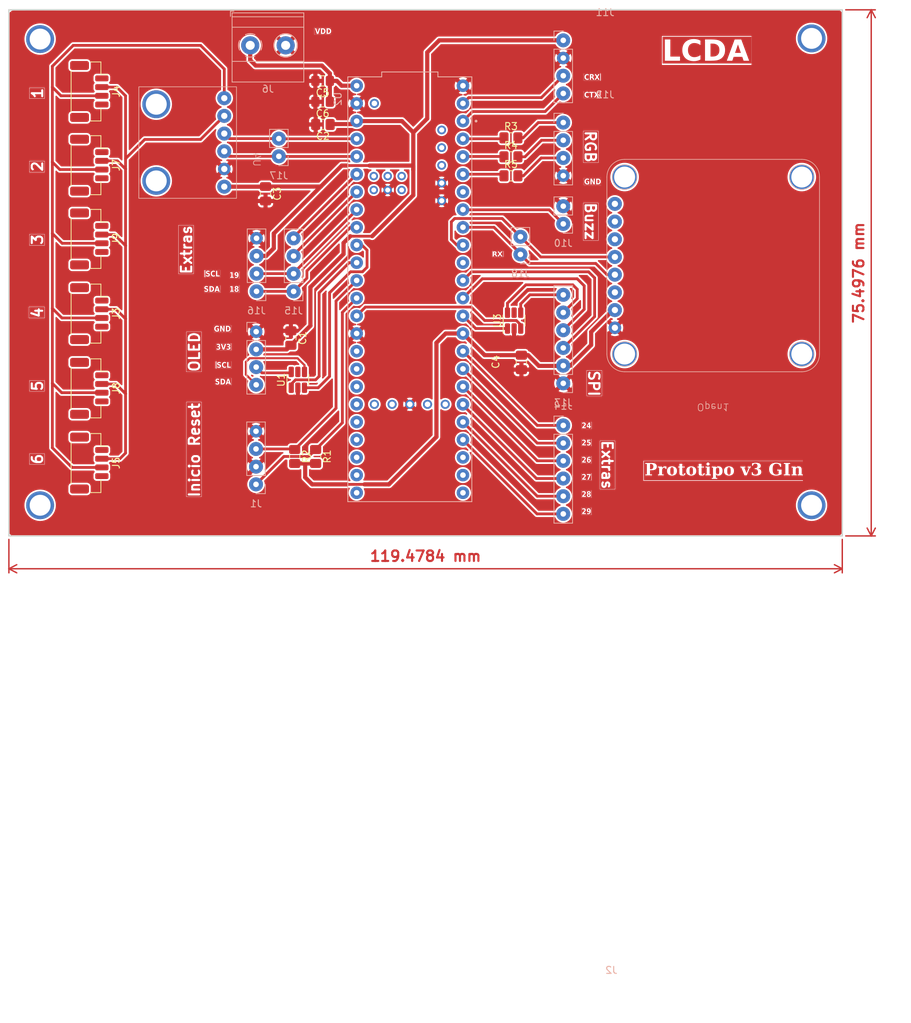
<source format=kicad_pcb>
(kicad_pcb (version 20221018) (generator pcbnew)
  (layers (0 "F.Cu" signal) (31 "B.Cu" signal) (34 "B.Paste" user) (35 "F.Paste" user) (36 "B.SilkS" user "B.Silkscreen") (37 "F.SilkS" user "F.Silkscreen") (38 "B.Mask" user) (39 "F.Mask" user) (44 "Edge.Cuts" user))
  (net 0 "")
  (net 1 "GND")
  (net 2 "3V3")
  (net 3 "Net-(J1-Pin_1)")
  (net 4 "Net-(J1-Pin_3)")
  (net 5 "Net-(J2-Pin_3)")
  (net 6 "Net-(J2-Pin_4)")
  (net 8 "CANH")
  (net 9 "CANL")
  (net 15 "Net-(J6-Pin_1)")
  (net 22 "Net-(J10-Pin_1)")
  (net 23 "CRX")
  (net 24 "CTX")
  (net 25 "Net-(J12-Pin_1)")
  (net 26 "Net-(J12-Pin_2)")
  (net 27 "Net-(J12-Pin_3)")
  (net 28 "Net-(J13-Pin_3)")
  (net 29 "Net-(J13-Pin_4)")
  (net 30 "Net-(J13-Pin_5)")
  (net 31 "Net-(J13-Pin_6)")
  (net 32 "24")
  (net 33 "25")
  (net 34 "26")
  (net 35 "27")
  (net 36 "28")
  (net 37 "29")
  (net 38 "18")
  (net 39 "19")
  (net 40 "20")
  (net 41 "21")
  (net 46 "2")
  (net 47 "3")
  (net 48 "4")
  (net 49 "Net-(U2-A2)")
  (net 50 "Net-(U2-A3)")
  (net 51 "unconnected-(U1-VBUS-Pad5)")
  (net 61 "5V")
  (net 66 "Net-(U2-MISO)")
  (net 67 "SCK")
  (net 81 "Net-(J18-Pin_1)")
  (net 82 "Net-(J18-Pin_2)")
  (footprint "Connector_JST:JST_GH_SM04B-GHS-TB_1x04-1MP_P1.25mm_Horizontal" (layer "F.Cu") (at 88 49.616696 -90)
    (fp_text reference "J4")
    (fp_text value "Conn_01x04_Socket")
  )
  (footprint "Connector_JST:JST_GH_SM04B-GHS-TB_1x04-1MP_P1.25mm_Horizontal" (layer "F.Cu") (at 88 102.941654 -90)
    (fp_text reference "J5")
    (fp_text value "Conn_01x04_Socket")
  )
  (footprint "Connector_JST:JST_GH_SM04B-GHS-TB_1x04-1MP_P1.25mm_Horizontal" (layer "F.Cu") (at 88 60.197935 -90)
    (fp_text reference "J7")
    (fp_text value "Conn_01x04_Socket")
  )
  (footprint "Capacitor_SMD:C_0805_2012Metric_Pad1.18x1.45mm_HandSolder" (layer "F.Cu") (at 113.315413 64.301794 -90)
    (fp_text reference "C3")
    (fp_text value "0.1u")
  )
  (footprint "Capacitor_SMD:C_0805_2012Metric_Pad1.18x1.45mm_HandSolder" (layer "F.Cu") (at 116.95 85 -90)
    (fp_text reference "C1")
    (fp_text value "0.1u")
  )
  (footprint "Resistor_SMD:R_0805_2012Metric_Pad1.20x1.40mm_HandSolder" (layer "F.Cu") (at 148.5 61.725)
    (fp_text reference "R5")
    (fp_text value "33")
  )
  (footprint "Package_TO_SOT_SMD:SOT-23-6" (layer "F.Cu") (at 148.95 82.5 90)
    (fp_text reference "U3")
    (fp_text value "USBLC6-2SC6")
  )
  (footprint "Connector_JST:JST_GH_SM04B-GHS-TB_1x04-1MP_P1.25mm_Horizontal" (layer "F.Cu") (at 88 92.220826 -90)
    (fp_text reference "J8")
    (fp_text value "Conn_01x04_Socket")
  )
  (footprint "Resistor_SMD:R_0805_2012Metric_Pad1.20x1.40mm_HandSolder" (layer "F.Cu") (at 148.5 59)
    (fp_text reference "R4")
    (fp_text value "33")
  )
  (footprint "Capacitor_SMD:C_0805_2012Metric_Pad1.18x1.45mm_HandSolder" (layer "F.Cu") (at 121.5 48.1 180)
    (fp_text reference "C5")
    (fp_text value "0.1u")
  )
  (footprint "Package_TO_SOT_SMD:SOT-23-6" (layer "F.Cu") (at 117.95 91 90)
    (fp_text reference "U1")
    (fp_text value "USBLC6-2SC6")
  )
  (footprint "Capacitor_SMD:C_0805_2012Metric_Pad1.18x1.45mm_HandSolder" (layer "F.Cu") (at 121.539 54.354896 180)
    (fp_text reference "C2")
    (fp_text value "0.1u")
  )
  (footprint "Connector_JST:JST_GH_SM04B-GHS-TB_1x04-1MP_P1.25mm_Horizontal" (layer "F.Cu") (at 88 70.779174 -90)
    (fp_text reference "J9")
    (fp_text value "Conn_01x04_Socket")
  )
  (footprint "Resistor_SMD:R_0805_2012Metric_Pad1.20x1.40mm_HandSolder" (layer "F.Cu") (at 120.5 102 -90)
    (fp_text reference "R1")
    (fp_text value "4.7 k")
  )
  (footprint "Resistor_SMD:R_0805_2012Metric_Pad1.20x1.40mm_HandSolder" (layer "F.Cu") (at 148.5 56.275)
    (fp_text reference "R3")
    (fp_text value "130")
  )
  (footprint "Capacitor_SMD:C_0805_2012Metric_Pad1.18x1.45mm_HandSolder" (layer "F.Cu") (at 121.5 51.1 180)
    (fp_text reference "C6")
    (fp_text value "10uF")
  )
  (footprint "Capacitor_SMD:C_0805_2012Metric_Pad1.18x1.45mm_HandSolder" (layer "F.Cu") (at 150 88.5 90)
    (fp_text reference "C4")
    (fp_text value "0.1u")
  )
  (footprint "Connector_JST:JST_GH_SM04B-GHS-TB_1x04-1MP_P1.25mm_Horizontal" (layer "F.Cu") (at 88 81.5 -90)
    (fp_text reference "J3")
    (fp_text value "Conn_01x04_Socket")
  )
  (footprint "Resistor_SMD:R_0805_2012Metric_Pad1.20x1.40mm_HandSolder" (layer "F.Cu") (at 117.5 102 -90)
    (fp_text reference "R2")
    (fp_text value "4.7 k")
  )
  (footprint "Connector_PinSocket_2.54mm:PinSocket_1x04_P2.54mm_Vertical" (layer "B.Cu") (at 112.025 78.3)
    (fp_text reference "J16")
    (fp_text value "Conn_01x04_Socket")
  )
  (footprint "Huellacreada:Openlog Artemis" (layer "B.Cu") (at 177.497 94.412)
    (fp_text reference "Open1")
    (fp_text value "~")
  )
  (footprint "Connector_PinSocket_2.54mm:PinSocket_1x04_P2.54mm_Vertical" (layer "B.Cu") (at 111.95 106)
    (fp_text reference "J1")
    (fp_text value "Conn_01x04_Socket")
  )
  (footprint "Connector_PinSocket_2.54mm:PinSocket_1x02_P2.54mm_Vertical" (layer "B.Cu") (at 149.86 73.005)
    (fp_text reference "J18")
    (fp_text value "Conn_01x02_Socket")
  )
  (footprint "Connector_PinSocket_2.54mm:PinSocket_1x04_P2.54mm_Vertical" (layer "B.Cu") (at 156 54.08 180)
    (fp_text reference "J12")
    (fp_text value "Conn_01x04_Socket")
  )
  (footprint "Connector_PinSocket_2.54mm:PinSocket_1x02_P2.54mm_Vertical" (layer "B.Cu") (at 115.225 58.925)
    (fp_text reference "J17")
    (fp_text value "Conn_01x02_Socket")
  )
  (footprint "Connector_PinSocket_2.54mm:PinSocket_1x04_P2.54mm_Vertical" (layer "B.Cu") (at 111.975 84.09 180)
    (fp_text reference "J2")
    (fp_text value "Conn_01x04_Socket")
  )
  (footprint "Connector_PinSocket_2.54mm:PinSocket_1x02_P2.54mm_Vertical" (layer "B.Cu") (at 156 68.62)
    (fp_text reference "J10")
    (fp_text value "Conn_01x02_Socket")
  )
  (footprint "Connector_PinSocket_2.54mm:PinSocket_1x06_P2.54mm_Vertical" (layer "B.Cu") (at 156 97.54 180)
    (fp_text reference "J14")
    (fp_text value "Conn_01x06_Socket")
  )
  (footprint "Connector_PinSocket_2.54mm:PinSocket_1x04_P2.54mm_Vertical" (layer "B.Cu") (at 156 42.28 180)
    (fp_text reference "J11")
    (fp_text value "Conn_01x04_Socket")
  )
  (footprint "Teensy_4.1_Huella:MODULE_DEV-16771" (layer "B.Cu") (at 134 78 -90)
    (fp_text reference "U2")
    (fp_text value "DEV-16771")
  )
  (footprint "Huellacreada:ModuloCan" (layer "B.Cu") (at 112.65 56.950559 90)
    (fp_text reference "U4")
    (fp_text value "~")
  )
  (footprint "TerminalBlock_Phoenix:TerminalBlock_Phoenix_MKDS-1,5-2-5.08_1x02_P5.08mm_Horizontal" (layer "B.Cu") (at 111.12 43)
    (fp_text reference "J6")
    (fp_text value "Conn_01x02_Socket")
  )
  (footprint "Connector_PinSocket_2.54mm:PinSocket_1x04_P2.54mm_Vertical" (layer "B.Cu") (at 117.341645 78.312545)
    (fp_text reference "J15")
    (fp_text value "Conn_01x04_Socket")
  )
  (footprint "Connector_PinSocket_2.54mm:PinSocket_1x06_P2.54mm_Vertical" (layer "B.Cu") (at 156 91.5)
    (fp_text reference "J13")
    (fp_text value "Conn_01x06_Socket")
  )
  (gr_rect (start 76.5216 37.9024) (end 196 113.4) (stroke (width 0.2)) (fill none) (layer "Edge.Cuts"))
  (gr_text "28" (at 160 107.933332) (layer "F.Cu" knockout) (effects (font (size 0.8 0.7) (thickness 0.16) bold) (justify right bottom)))
  (gr_text "1\n" (at 81.5 50.779174 90) (layer "F.Cu" knockout) (effects (font (size 1.5 1.5) (thickness 0.3) bold) (justify left bottom)))
  (gr_text "27\n" (at 160 105.469999) (layer "F.Cu" knockout) (effects (font (size 0.8 0.7) (thickness 0.16) bold) (justify right bottom)))
  (gr_text "Buzz\n" (at 159 65.4 -90) (layer "F.Cu" knockout) (effects (font (size 1.5 1.5) (thickness 0.3) bold) (justify left bottom)))
  (gr_text "CTX" (at 159 50.62) (layer "F.Cu" knockout) (effects (font (size 0.8 0.7) (thickness 0.16) bold) (justify left bottom)))
  (gr_text "RX\n" (at 145.796 73.406) (layer "F.Cu" knockout) (effects (font (size 0.7 0.7) (thickness 0.125) bold) (justify left bottom)))
  (gr_text "18" (at 109.5 78.5) (layer "F.Cu" knockout) (effects (font (size 0.8 0.7) (thickness 0.16) bold) (justify right bottom)))
  (gr_text "OLED" (at 104 90 90) (layer "F.Cu" knockout) (effects (font (size 1.5 1.5) (thickness 0.3) bold) (justify left bottom)))
  (gr_text "SCL" (at 108.35 89.4) (layer "F.Cu" knockout) (effects (font (size 0.8 0.7) (thickness 0.16) bold) (justify right bottom)))
  (gr_text "GND" (at 159 63.08) (layer "F.Cu" knockout) (effects (font (size 0.8 0.7) (thickness 0.16) bold) (justify left bottom)))
  (gr_text "GND\n" (at 108.35 84.2) (layer "F.Cu" knockout) (effects (font (size 0.8 0.7) (thickness 0.16) bold) (justify right bottom)))
  (gr_text "25" (at 160 100.543333) (layer "F.Cu" knockout) (effects (font (size 0.8 0.7) (thickness 0.16) bold) (justify right bottom)))
  (gr_text "2" (at 81.5 61.279174 90) (layer "F.Cu" knockout) (effects (font (size 1.5 1.5) (thickness 0.3) bold) (justify left bottom)))
  (gr_text "26" (at 160 103.006666) (layer "F.Cu" knockout) (effects (font (size 0.8 0.7) (thickness 0.16) bold) (justify right bottom)))
  (gr_text "29" (at 160 110.396666) (layer "F.Cu" knockout) (effects (font (size 0.8 0.7) (thickness 0.16) bold) (justify right bottom)))
  (gr_text "Prototipo v3 GIno \n\n" (at 167.64 107.95) (layer "F.Cu" knockout) (effects (font (size 1.75 1.75) (thickness 0.3) bold) (justify left bottom)))
  (gr_text "Extras\n" (at 102.87 76 90) (layer "F.Cu" knockout) (effects (font (size 1.5 1.5) (thickness 0.3) bold) (justify left bottom)))
  (gr_text "SDA" (at 106.75 78.5) (layer "F.Cu" knockout) (effects (font (size 0.8 0.7) (thickness 0.16) bold) (justify right bottom)))
  (gr_text "LCDA" (at 170.18 45.72) (layer "F.Cu" knockout) (effects (font (size 3 3) (thickness 0.3) bold) (justify left bottom)))
  (gr_text "24\n" (at 160 98.08) (layer "F.Cu" knockout) (effects (font (size 0.8 0.7) (thickness 0.16) bold) (justify right bottom)))
  (gr_text "Extras" (at 161.4 99.523333 -90) (layer "F.Cu" knockout) (effects (font (size 1.5 1.5) (thickness 0.3) bold) (justify left bottom)))
  (gr_text "SDA" (at 108.35 91.8) (layer "F.Cu" knockout) (effects (font (size 0.8 0.7) (thickness 0.16) bold) (justify right bottom)))
  (gr_text "5" (at 81.5 92.779174 90) (layer "F.Cu" knockout) (effects (font (size 1.5 1.5) (thickness 0.3) bold) (justify left bottom)))
  (gr_text "SCL\n" (at 106.75 76.3) (layer "F.Cu" knockout) (effects (font (size 0.8 0.7) (thickness 0.16) bold) (justify right bottom)))
  (gr_text "CRX\n" (at 159 48.08) (layer "F.Cu" knockout) (effects (font (size 0.8 0.7) (thickness 0.16) bold) (justify left bottom)))
  (gr_text "6" (at 81.5 103.279174 90) (layer "F.Cu" knockout) (effects (font (size 1.5 1.5) (thickness 0.3) bold) (justify left bottom)))
  (gr_text "4" (at 81.5 82.279174 90) (layer "F.Cu" knockout) (effects (font (size 1.5 1.5) (thickness 0.3) bold) (justify left bottom)))
  (gr_text "VDD" (at 120.4 41.5) (layer "F.Cu" knockout) (effects (font (size 0.8 0.7) (thickness 0.16) bold) (justify left bottom)))
  (gr_text "RGB\n" (at 159 55.08 -90) (layer "F.Cu" knockout) (effects (font (size 1.5 1.5) (thickness 0.3) bold) (justify left bottom)))
  (gr_text "Inicio Reset\n" (at 104 108 90) (layer "F.Cu" knockout) (effects (font (size 1.5 1.5) (thickness 0.3) bold) (justify left bottom)))
  (gr_text "3" (at 81.5 71.779174 90) (layer "F.Cu" knockout) (effects (font (size 1.5 1.5) (thickness 0.3) bold) (justify left bottom)))
  (gr_text "SPI\n" (at 159.5 89.5 -90) (layer "F.Cu" knockout) (effects (font (size 1.5 1.5) (thickness 0.3) bold) (justify left bottom)))
  (gr_text "3V3\n" (at 108.35 86.8) (layer "F.Cu" knockout) (effects (font (size 0.8 0.7) (thickness 0.16) bold) (justify right bottom)))
  (gr_text "19" (at 109.5 76.5) (layer "F.Cu" knockout) (effects (font (size 0.8 0.7) (thickness 0.16) bold) (justify right bottom)))
  (dimension (type aligned) (layer "F.Cu") (pts (xy 196 113.4) (xy 76.5216 113.4)) (height -4.71) (gr_text "119.4784 mm" (at 136.2608 116.31) (layer "F.Cu") (effects (font (size 1.5 1.5) (thickness 0.3)))) (format (prefix "") (suffix "") (units 3) (units_format 1) (precision 4)) (style (thickness 0.2) (arrow_length 1.27) (text_position_mode 0) (extension_height 0.58642) (extension_offset 0.5) keep_text_aligned))
  (dimension (type aligned) (layer "F.Cu") (pts (xy 196 37.9024) (xy 196 113.4)) (height -4.152) (gr_text "75.4976 mm" (at 198.352 75.6512 90) (layer "F.Cu") (effects (font (size 1.5 1.5) (thickness 0.3)))) (format (prefix "") (suffix "") (units 3) (units_format 1) (precision 4)) (style (thickness 0.2) (arrow_length 1.27) (text_position_mode 0) (extension_height 0.58642) (extension_offset 0.5) keep_text_aligned))
  (via (at 191.6 42) (size 4) (drill 3) (layers "F.Cu" "B.Cu") (net 0))
  (via (at 81 109) (size 4) (drill 3) (layers "F.Cu" "B.Cu") (net 0))
  (via (at 191.6 109) (size 4) (drill 3) (layers "F.Cu" "B.Cu") (net 0))
  (via (at 81 42.1) (size 4) (drill 3) (layers "F.Cu" "B.Cu") (net 0))
  (segment (start 107.4 63.280559) (end 113.299148 63.280559) (width 0.6) (layer "F.Cu") (net 2))
  (segment (start 136.5 53.5) (end 136.5 44) (width 0.6) (layer "F.Cu") (net 2))
  (segment (start 141.62 84.35) (end 139.15 84.35) (width 0.6) (layer "F.Cu") (net 2))
  (segment (start 144.7325 87.4625) (end 141.62 84.35) (width 0.6) (layer "F.Cu") (net 2))
  (segment (start 119.75 83.2375) (end 116.95 86.0375) (width 0.6) (layer "F.Cu") (net 2))
  (segment (start 137.817241 85.682759) (end 137.817241 99.182759) (width 0.6) (layer "F.Cu") (net 2))
  (segment (start 131 106) (end 127.5 106) (width 0.6) (layer "F.Cu") (net 2))
  (segment (start 160 84.125) (end 160 86) (width 0.6) (layer "F.Cu") (net 2))
  (segment (start 134.5 55.5) (end 136.5 53.5) (width 0.6) (layer "F.Cu") (net 2))
  (segment (start 128.25 60.25) (end 134.323179 60.25) (width 0.6) (layer "F.Cu") (net 2))
  (segment (start 134.323179 60.25) (end 134.354176 60.219003) (width 0.6) (layer "F.Cu") (net 2))
  (segment (start 119.75 77.698998) (end 119.75 83.2375) (width 0.6) (layer "F.Cu") (net 2))
  (segment (start 163.173989 80.951011) (end 160 84.125) (width 0.6) (layer "F.Cu") (net 2))
  (segment (start 114.5 72.1225) (end 114.5 70) (width 0.6) (layer "F.Cu") (net 2))
  (segment (start 125 106) (end 127.5 106) (width 0.4) (layer "F.Cu") (net 2))
  (segment (start 134.354176 60.219003) (end 134.5 60.364827) (width 0.6) (layer "F.Cu") (net 2))
  (segment (start 126.01 53.5) (end 126.38 53.87) (width 0.6) (layer "F.Cu") (net 2))
  (segment (start 113.315413 63.264294) (end 121.235706 63.264294) (width 0.6) (layer "F.Cu") (net 2))
  (segment (start 150.9625 87.4625) (end 152.5 89) (width 0.6) (layer "F.Cu") (net 2))
  (segment (start 124.25 60.25) (end 125 60.25) (width 0.6) (layer "F.Cu") (net 2))
  (segment (start 126.38 53.87) (end 132.87 53.87) (width 0.6) (layer "F.Cu") (net 2))
  (segment (start 120 106) (end 125 106) (width 0.6) (layer "F.Cu") (net 2))
  (segment (start 136.5 44) (end 138.22 42.28) (width 0.6) (layer "F.Cu") (net 2))
  (segment (start 150 87.4625) (end 144.7325 87.4625) (width 0.6) (layer "F.Cu") (net 2))
  (segment (start 117.5 103) (end 119 103) (width 0.6) (layer "F.Cu") (net 2))
  (segment (start 119 105) (end 120 106) (width 0.6) (layer "F.Cu") (net 2))
  (segment (start 113.299148 63.280559) (end 113.315413 63.264294) (width 0.6) (layer "F.Cu") (net 2))
  (segment (start 157.04 88.96) (end 156 88.96) (width 0.6) (layer "F.Cu") (net 2))
  (segment (start 114.5 70) (end 114.5 70.5) (width 0.6) (layer "F.Cu") (net 2))
  (segment (start 134.5 60.364827) (end 134.5 60.864827) (width 0.6) (layer "F.Cu") (net 2))
  (segment (start 163.403 80.951011) (end 163.173989 80.951011) (width 0.6) (layer "F.Cu") (net 2))
  (segment (start 125.95 54.3) (end 126.38 53.87) (width 0.6) (layer "F.Cu") (net 2))
  (segment (start 124.5 72.948998) (end 119.75 77.698998) (width 0.6) (layer "F.Cu") (net 2))
  (segment (start 119 103) (end 119 105) (width 0.6) (layer "F.Cu") (net 2))
  (segment (start 137.817241 99.182759) (end 131 106) (width 0.6) (layer "F.Cu") (net 2))
  (segment (start 122.6375 54.3) (end 125.95 54.3) (width 0.6) (layer "F.Cu") (net 2))
  (segment (start 150 87.4625) (end 150.9625 87.4625) (width 0.6) (layer "F.Cu") (net 2))
  (segment (start 113.4025 73.22) (end 114.5 72.1225) (width 0.6) (layer "F.Cu") (net 2))
  (segment (start 125.464404 70.388238) (end 124.5 71.352642) (width 0.6) (layer "F.Cu") (net 2))
  (segment (start 111.975 86.63) (end 116.3575 86.63) (width 0.6) (layer "F.Cu") (net 2))
  (segment (start 139.15 84.35) (end 137.817241 85.682759) (width 0.6) (layer "F.Cu") (net 2))
  (segment (start 134.5 64.5) (end 128.611762 70.388238) (width 0.6) (layer "F.Cu") (net 2))
  (segment (start 138.22 42.28) (end 156 42.28) (width 0.6) (layer "F.Cu") (net 2))
  (segment (start 160 86) (end 157.04 88.96) (width 0.6) (layer "F.Cu") (net 2))
  (segment (start 121.235706 63.264294) (end 124.25 60.25) (width 0.6) (layer "F.Cu") (net 2))
  (segment (start 125 60.25) (end 128.25 60.25) (width 0.4) (layer "F.Cu") (net 2))
  (segment (start 155.96 89) (end 156 88.96) (width 0.6) (layer "F.Cu") (net 2))
  (segment (start 119 103) (end 120.5 103) (width 0.6) (layer "F.Cu") (net 2))
  (segment (start 125.464404 70.388238) (end 128.611762 70.388238) (width 0.4) (layer "F.Cu") (net 2))
  (segment (start 124.5 71.352642) (end 124.5 72.948998) (width 0.6) (layer "F.Cu") (net 2))
  (segment (start 134.5 55.5) (end 134.5 60.864827) (width 0.6) (layer "F.Cu") (net 2))
  (segment (start 134.5 60.864827) (end 134.5 64.5) (width 0.6) (layer "F.Cu") (net 2))
  (segment (start 152.5 89) (end 155.96 89) (width 0.6) (layer "F.Cu") (net 2))
  (segment (start 121.235706 63.264294) (end 114.5 70) (width 0.6) (layer "F.Cu") (net 2))
  (segment (start 112.025 73.22) (end 113.4025 73.22) (width 0.6) (layer "F.Cu") (net 2))
  (segment (start 132.87 53.87) (end 134.5 55.5) (width 0.6) (layer "F.Cu") (net 2))
  (segment (start 116.3575 86.63) (end 116.95 86.0375) (width 0.6) (layer "F.Cu") (net 2))
  (segment (start 115.95 102) (end 119.5 102) (width 0.4) (layer "F.Cu") (net 3))
  (segment (start 111.95 106) (end 115.95 102) (width 0.4) (layer "F.Cu") (net 3))
  (segment (start 124.33 81.32) (end 126.38 79.27) (width 0.4) (layer "F.Cu") (net 3))
  (segment (start 119.5 102) (end 120.5 101) (width 0.4) (layer "F.Cu") (net 3))
  (segment (start 120.5 101) (end 124.33 97.17) (width 0.4) (layer "F.Cu") (net 3))
  (segment (start 124.33 97.17) (end 124.33 81.32) (width 0.4) (layer "F.Cu") (net 3))
  (segment (start 111.95 100.92) (end 117.42 100.92) (width 0.4) (layer "F.Cu") (net 4))
  (segment (start 123.423339 95.076661) (end 117.5 101) (width 0.4) (layer "F.Cu") (net 4))
  (segment (start 111.95 101) (end 112.05 101.1) (width 0.4) (layer "F.Cu") (net 4))
  (segment (start 123.423339 79.686661) (end 123.423339 95.076661) (width 0.4) (layer "F.Cu") (net 4))
  (segment (start 126.38 76.73) (end 123.423339 79.686661) (width 0.4) (layer "F.Cu") (net 4))
  (segment (start 117.42 100.92) (end 117.5 101) (width 0.4) (layer "F.Cu") (net 4))
  (segment (start 116.8625 90) (end 117 89.8625) (width 0.4) (layer "F.Cu") (net 5))
  (segment (start 112.805 90) (end 111.975 89.17) (width 0.4) (layer "F.Cu") (net 5))
  (segment (start 112.805 90) (end 116.8625 90) (width 0.4) (layer "F.Cu") (net 5))
  (segment (start 118.9 88.9) (end 118.9 89.8625) (width 0.3) (layer "F.Cu") (net 6))
  (segment (start 111.039466 87.89915) (end 110.5 88.438616) (width 0.3) (layer "F.Cu") (net 6))
  (segment (start 117.5 87.89915) (end 117.89915 87.89915) (width 0.3) (layer "F.Cu") (net 6))
  (segment (start 110.5 90.235) (end 111.975 91.71) (width 0.3) (layer "F.Cu") (net 6))
  (segment (start 117.5 87.89915) (end 111.039466 87.89915) (width 0.3) (layer "F.Cu") (net 6))
  (segment (start 110.5 88.438616) (end 110.5 90.235) (width 0.3) (layer "F.Cu") (net 6))
  (segment (start 117.89915 87.89915) (end 118.9 88.9) (width 0.3) (layer "F.Cu") (net 6))
  (segment (start 89.85 91.595826) (end 91.845826 91.595826) (width 0.4) (layer "F.Cu") (net 8))
  (segment (start 93.25 101.5) (end 92.433346 102.316654) (width 0.4) (layer "F.Cu") (net 8))
  (segment (start 93.25 59.25) (end 93.25 60.75) (width 0.4) (layer "F.Cu") (net 8))
  (segment (start 93.25 93) (end 93.25 101.5) (width 0.4) (layer "F.Cu") (net 8))
  (segment (start 91.845826 91.595826) (end 93.25 93) (width 0.4) (layer "F.Cu") (net 8))
  (segment (start 93.25 50.25) (end 93.25 59.25) (width 0.4) (layer "F.Cu") (net 8))
  (segment (start 93.25 71.75) (end 93.25 82.25) (width 0.4) (layer "F.Cu") (net 8))
  (segment (start 89.85 80.875) (end 91.875 80.875) (width 0.4) (layer "F.Cu") (net 8))
  (segment (start 92.433346 102.316654) (end 89.85 102.316654) (width 0.4) (layer "F.Cu") (net 8))
  (segment (start 89.85 70.154174) (end 91.654174 70.154174) (width 0.4) (layer "F.Cu") (net 8))
  (segment (start 107.4 53.120559) (end 106.4 54.120559) (width 0.4) (layer "F.Cu") (net 8))
  (segment (start 93.25 82.25) (end 93.25 93) (width 0.4) (layer "F.Cu") (net 8))
  (segment (start 91.654174 70.154174) (end 93.25 71.75) (width 0.4) (layer "F.Cu") (net 8))
  (segment (start 106.4 54.120559) (end 106.379441 54.120559) (width 0.4) (layer "F.Cu") (net 8))
  (segment (start 96 56.5) (end 93.25 59.25) (width 0.4) (layer "F.Cu") (net 8))
  (segment (start 91.875 80.875) (end 93.25 82.25) (width 0.4) (layer "F.Cu") (net 8))
  (segment (start 92.072935 59.572935) (end 93.25 60.75) (width 0.4) (layer "F.Cu") (net 8))
  (segment (start 104 56.5) (end 96 56.5) (width 0.4) (layer "F.Cu") (net 8))
  (segment (start 106.379441 54.120559) (end 104 56.5) (width 0.4) (layer "F.Cu") (net 8))
  (segment (start 93.25 60.75) (end 93.25 71.75) (width 0.4) (layer "F.Cu") (net 8))
  (segment (start 89.85 59.572935) (end 92.072935 59.572935) (width 0.4) (layer "F.Cu") (net 8))
  (segment (start 91.991696 48.991696) (end 93.25 50.25) (width 0.4) (layer "F.Cu") (net 8))
  (segment (start 89.85 48.991696) (end 91.991696 48.991696) (width 0.4) (layer "F.Cu") (net 8))
  (segment (start 107.4 50.580559) (end 107.4 46.4) (width 0.4) (layer "F.Cu") (net 9))
  (segment (start 89.85 60.822935) (end 83.822935 60.822935) (width 0.4) (layer "F.Cu") (net 9))
  (segment (start 82.75 59.75) (end 82.75 70) (width 0.4) (layer "F.Cu") (net 9))
  (segment (start 104 43) (end 85.75 43) (width 0.4) (layer "F.Cu") (net 9))
  (segment (start 89.85 92.845826) (end 84.095826 92.845826) (width 0.4) (layer "F.Cu") (net 9))
  (segment (start 89.85 50.241696) (end 83.991696 50.241696) (width 0.4) (layer "F.Cu") (net 9))
  (segment (start 82.75 80.75) (end 82.75 91.5) (width 0.4) (layer "F.Cu") (net 9))
  (segment (start 83.991696 50.241696) (end 82.75 49) (width 0.4) (layer "F.Cu") (net 9))
  (segment (start 82.75 46) (end 82.75 49) (width 0.4) (layer "F.Cu") (net 9))
  (segment (start 82.75 100.75) (end 85.566654 103.566654) (width 0.4) (layer "F.Cu") (net 9))
  (segment (start 83.822935 60.822935) (end 82.75 59.75) (width 0.4) (layer "F.Cu") (net 9))
  (segment (start 82.75 91.5) (end 82.75 100.75) (width 0.4) (layer "F.Cu") (net 9))
  (segment (start 89.85 82.125) (end 84.125 82.125) (width 0.4) (layer "F.Cu") (net 9))
  (segment (start 82.75 49) (end 82.75 59.75) (width 0.4) (layer "F.Cu") (net 9))
  (segment (start 107.4 46.4) (end 104 43) (width 0.4) (layer "F.Cu") (net 9))
  (segment (start 89.85 71.404174) (end 84.154174 71.404174) (width 0.4) (layer "F.Cu") (net 9))
  (segment (start 82.75 70) (end 82.75 80.75) (width 0.4) (layer "F.Cu") (net 9))
  (segment (start 84.125 82.125) (end 82.75 80.75) (width 0.4) (layer "F.Cu") (net 9))
  (segment (start 85.75 43) (end 82.75 46) (width 0.4) (layer "F.Cu") (net 9))
  (segment (start 85.566654 103.566654) (end 89.85 103.566654) (width 0.4) (layer "F.Cu") (net 9))
  (segment (start 84.095826 92.845826) (end 82.75 91.5) (width 0.4) (layer "F.Cu") (net 9))
  (segment (start 84.154174 71.404174) (end 82.75 70) (width 0.4) (layer "F.Cu") (net 9))
  (segment (start 122.5375 47.0375) (end 121.4 45.9) (width 0.6) (layer "F.Cu") (net 15))
  (segment (start 122.5375 48.1) (end 122.5375 48.768) (width 0.6) (layer "F.Cu") (net 15))
  (segment (start 111.9 45.9) (end 111.12 45.12) (width 0.6) (layer "F.Cu") (net 15))
  (segment (start 123.538 48.1) (end 122.5375 48.1) (width 0.6) (layer "F.Cu") (net 15))
  (segment (start 122.5375 51.1) (end 122.5375 48.1) (width 0.6) (layer "F.Cu") (net 15))
  (segment (start 126.38 48.79) (end 124.228 48.79) (width 0.6) (layer "F.Cu") (net 15))
  (segment (start 111.12 45.12) (end 111.12 43) (width 0.6) (layer "F.Cu") (net 15))
  (segment (start 124.228 48.79) (end 123.538 48.1) (width 0.6) (layer "F.Cu") (net 15))
  (segment (start 121.4 45.9) (end 111.9 45.9) (width 0.6) (layer "F.Cu") (net 15))
  (segment (start 122.5375 48.1) (end 122.5375 47.0375) (width 0.6) (layer "F.Cu") (net 15))
  (segment (start 156 68.62) (end 153.98 66.6) (width 0.4) (layer "F.Cu") (net 22))
  (segment (start 141.65 66.6) (end 141.62 66.57) (width 0.4) (layer "F.Cu") (net 22))
  (segment (start 153.98 66.6) (end 141.65 66.6) (width 0.4) (layer "F.Cu") (net 22))
  (segment (start 126.38 56.41) (end 115.25 56.41) (width 0.4) (layer "F.Cu") (net 23))
  (segment (start 142.45 50.5) (end 152.86 50.5) (width 0.4) (layer "F.Cu") (net 23))
  (segment (start 108.124441 56.385) (end 107.4 55.660559) (width 0.4) (layer "F.Cu") (net 23))
  (segment (start 152.86 50.5) (end 156 47.36) (width 0.4) (layer "F.Cu") (net 23))
  (segment (start 115.225 56.385) (end 108.124441 56.385) (width 0.4) (layer "F.Cu") (net 23))
  (segment (start 115.25 56.41) (end 115.225 56.385) (width 0.4) (layer "F.Cu") (net 23))
  (segment (start 141.62 51.33) (end 142.45 50.5) (width 0.4) (layer "F.Cu") (net 23))
  (segment (start 108.124441 58.925) (end 107.4 58.200559) (width 0.4) (layer "F.Cu") (net 24))
  (segment (start 142.99 52.5) (end 141.62 53.87) (width 0.4) (layer "F.Cu") (net 24))
  (segment (start 126.38 58.95) (end 115.25 58.95) (width 0.4) (layer "F.Cu") (net 24))
  (segment (start 108.124441 58.925) (end 108.458 58.925) (width 0.4) (layer "F.Cu") (net 24))
  (segment (start 153.4 52.5) (end 142.99 52.5) (width 0.4) (layer "F.Cu") (net 24))
  (segment (start 115.25 58.95) (end 115.225 58.925) (width 0.4) (layer "F.Cu") (net 24))
  (segment (start 115.225 58.925) (end 108.124441 58.925) (width 0.4) (layer "F.Cu") (net 24))
  (segment (start 156 49.9) (end 153.4 52.5) (width 0.4) (layer "F.Cu") (net 24))
  (segment (start 150.225 56.275) (end 149.5 56.275) (width 0.4) (layer "F.Cu") (net 25))
  (segment (start 152.42 54.08) (end 150.225 56.275) (width 0.4) (layer "F.Cu") (net 25))
  (segment (start 156 54.08) (end 152.42 54.08) (width 0.4) (layer "F.Cu") (net 25))
  (segment (start 149.5 59) (end 150.5 59) (width 0.4) (layer "F.Cu") (net 26))
  (segment (start 152.88 56.62) (end 156 56.62) (width 0.4) (layer "F.Cu") (net 26))
  (segment (start 150.5 59) (end 152.88 56.62) (width 0.4) (layer "F.Cu") (net 26))
  (segment (start 150.275 61.725) (end 149.5 61.725) (width 0.4) (layer "F.Cu") (net 27))
  (segment (start 156 59.16) (end 152.84 59.16) (width 0.4) (layer "F.Cu") (net 27))
  (segment (start 152.84 59.16) (end 150.275 61.725) (width 0.4) (layer "F.Cu") (net 27))
  (segment (start 160.5 81.92) (end 160.5 76.375) (width 0.4) (layer "F.Cu") (net 28))
  (segment (start 159.625 75.5) (end 142.85 75.5) (width 0.4) (layer "F.Cu") (net 28))
  (segment (start 142.85 75.5) (end 141.62 76.73) (width 0.4) (layer "F.Cu") (net 28))
  (segment (start 156 86.42) (end 160.5 81.92) (width 0.4) (layer "F.Cu") (net 28))
  (segment (start 160.5 76.375) (end 159.625 75.5) (width 0.4) (layer "F.Cu") (net 28))
  (segment (start 159 80.88) (end 159 77.5) (width 0.4) (layer "F.Cu") (net 29))
  (segment (start 159 77.5) (end 158 76.5) (width 0.4) (layer "F.Cu") (net 29))
  (segment (start 158 76.5) (end 144.39 76.5) (width 0.4) (layer "F.Cu") (net 29))
  (segment (start 156 83.88) (end 159 80.88) (width 0.4) (layer "F.Cu") (net 29))
  (segment (start 144.39 76.5) (end 141.62 79.27) (width 0.4) (layer "F.Cu") (net 29))
  (segment (start 158 79.34) (end 158 78) (width 0.4) (layer "F.Cu") (net 30))
  (segment (start 157.364827 77.364827) (end 150.635173 77.364827) (width 0.4) (layer "F.Cu") (net 30))
  (segment (start 158 78) (end 157.364827 77.364827) (width 0.4) (layer "F.Cu") (net 30))
  (segment (start 148 80) (end 148 81.3625) (width 0.4) (layer "F.Cu") (net 30))
  (segment (start 150.635173 77.364827) (end 148 80) (width 0.4) (layer "F.Cu") (net 30))
  (segment (start 156 81.34) (end 158 79.34) (width 0.4) (layer "F.Cu") (net 30))
  (segment (start 156 78.8) (end 151.2 78.8) (width 0.4) (layer "F.Cu") (net 31))
  (segment (start 149.9 80.1) (end 149.9 81.3625) (width 0.4) (layer "F.Cu") (net 31))
  (segment (start 151.2 78.8) (end 149.9 80.1) (width 0.4) (layer "F.Cu") (net 31))
  (segment (start 152.27 97.54) (end 141.62 86.89) (width 0.4) (layer "F.Cu") (net 32))
  (segment (start 156 97.54) (end 152.27 97.54) (width 0.4) (layer "F.Cu") (net 32))
  (segment (start 156 100.08) (end 152.27 100.08) (width 0.4) (layer "F.Cu") (net 33))
  (segment (start 152.27 100.08) (end 141.62 89.43) (width 0.4) (layer "F.Cu") (net 33))
  (segment (start 152.27 102.62) (end 141.62 91.97) (width 0.4) (layer "F.Cu") (net 34))
  (segment (start 156 102.62) (end 152.27 102.62) (width 0.4) (layer "F.Cu") (net 34))
  (segment (start 152.16 105.16) (end 141.62 94.62) (width 0.4) (layer "F.Cu") (net 35))
  (segment (start 141.62 94.62) (end 141.62 94.51) (width 0.4) (layer "F.Cu") (net 35))
  (segment (start 156 105.16) (end 152.16 105.16) (width 0.4) (layer "F.Cu") (net 35))
  (segment (start 156 107.7) (end 152.27 107.7) (width 0.4) (layer "F.Cu") (net 36))
  (segment (start 152.27 107.7) (end 141.62 97.05) (width 0.4) (layer "F.Cu") (net 36))
  (segment (start 156 110.24) (end 152.24 110.24) (width 0.4) (layer "F.Cu") (net 37))
  (segment (start 152.24 110.24) (end 141.62 99.62) (width 0.4) (layer "F.Cu") (net 37))
  (segment (start 141.62 99.62) (end 141.62 99.59) (width 0.4) (layer "F.Cu") (net 37))
  (segment (start 119.25 75.36499) (end 119.25 76.40419) (width 0.4) (layer "F.Cu") (net 38))
  (segment (start 117.3291 78.3) (end 117.341645 78.312545) (width 0.4) (layer "F.Cu") (net 38))
  (segment (start 126.38 69.11) (end 125.50499 69.11) (width 0.4) (layer "F.Cu") (net 38))
  (segment (start 125.50499 69.11) (end 119.25 75.36499) (width 0.4) (layer "F.Cu") (net 38))
  (segment (start 119.25 76.40419) (end 117.341645 78.312545) (width 0.4) (layer "F.Cu") (net 38))
  (segment (start 112.025 78.3) (end 117.3291 78.3) (width 0.4) (layer "F.Cu") (net 38))
  (segment (start 126.38 66.62) (end 117.341645 75.658355) (width 0.4) (layer "F.Cu") (net 39))
  (segment (start 117.3291 75.76) (end 117.341645 75.772545) (width 0.4) (layer "F.Cu") (net 39))
  (segment (start 117.341645 75.658355) (end 117.341645 75.772545) (width 0.4) (layer "F.Cu") (net 39))
  (segment (start 112.025 75.76) (end 117.3291 75.76) (width 0.4) (layer "F.Cu") (net 39))
  (segment (start 126.38 66.57) (end 126.38 66.62) (width 0.4) (layer "F.Cu") (net 39))
  (segment (start 117.341645 73.068355) (end 117.341645 73.232545) (width 0.4) (layer "F.Cu") (net 40))
  (segment (start 126.38 64.03) (end 117.341645 73.068355) (width 0.4) (layer "F.Cu") (net 40))
  (segment (start 117.341645 70.528355) (end 117.341645 70.692545) (width 0.4) (layer "F.Cu") (net 41))
  (segment (start 126.38 61.49) (end 117.341645 70.528355) (width 0.4) (layer "F.Cu") (net 41))
  (segment (start 147.5 56.275) (end 147.365 56.41) (width 0.4) (layer "F.Cu") (net 46))
  (segment (start 147.365 56.41) (end 141.62 56.41) (width 0.4) (layer "F.Cu") (net 46))
  (segment (start 147.5 59) (end 147.45 58.95) (width 0.4) (layer "F.Cu") (net 47))
  (segment (start 147.45 58.95) (end 141.62 58.95) (width 0.4) (layer "F.Cu") (net 47))
  (segment (start 147.265 61.49) (end 147.5 61.725) (width 0.4) (layer "F.Cu") (net 48))
  (segment (start 141.62 61.49) (end 147.265 61.49) (width 0.4) (layer "F.Cu") (net 48))
  (segment (start 117.611827 91) (end 117 91.611827) (width 0.4) (layer "F.Cu") (net 49))
  (segment (start 125.31 74.19) (end 121 78.5) (width 0.4) (layer "F.Cu") (net 49))
  (segment (start 120.5 91) (end 117.611827 91) (width 0.4) (layer "F.Cu") (net 49))
  (segment (start 121 90.5) (end 120.5 91) (width 0.4) (layer "F.Cu") (net 49))
  (segment (start 126.38 74.19) (end 125.31 74.19) (width 0.4) (layer "F.Cu") (net 49))
  (segment (start 121 78.5) (end 121 90.5) (width 0.4) (layer "F.Cu") (net 49))
  (segment (start 117 91.611827) (end 117 92.1375) (width 0.4) (layer "F.Cu") (net 49))
  (segment (start 127.12 71.65) (end 126.38 71.65) (width 0.4) (layer "F.Cu") (net 50))
  (segment (start 120.8625 92.1375) (end 118.9 92.1375) (width 0.4) (layer "F.Cu") (net 50))
  (segment (start 120.8625 92.1375) (end 122.5 90.5) (width 0.4) (layer "F.Cu") (net 50))
  (segment (start 125.51 75.49) (end 127.22 75.49) (width 0.4) (layer "F.Cu") (net 50))
  (segment (start 122.5 78.5) (end 125.51 75.49) (width 0.4) (layer "F.Cu") (net 50))
  (segment (start 127.87 74.84) (end 127.87 72.4) (width 0.4) (layer "F.Cu") (net 50))
  (segment (start 122.5 90.5) (end 122.5 78.5) (width 0.4) (layer "F.Cu") (net 50))
  (segment (start 127.87 72.4) (end 127.12 71.65) (width 0.4) (layer "F.Cu") (net 50))
  (segment (start 127.22 75.49) (end 127.87 74.84) (width 0.4) (layer "F.Cu") (net 50))
  (segment (start 118 89.8625) (end 117.8625 90) (width 0.4) (layer "F.Cu") (net 51))
  (segment (start 141.62 81.81) (end 143.4475 83.6375) (width 0.4) (layer "F.Cu") (net 66))
  (segment (start 143.4475 83.6375) (end 148 83.6375) (width 0.4) (layer "F.Cu") (net 66))
  (segment (start 149.278438 82.490265) (end 149.9 83.111827) (width 0.4) (layer "F.Cu") (net 67))
  (segment (start 149.9 83.111827) (end 149.9 83.6375) (width 0.4) (layer "F.Cu") (net 67))
  (segment (start 144.740265 82.490265) (end 149.278438 82.490265) (width 0.4) (layer "F.Cu") (net 67))
  (segment (start 126.38 81.81) (end 127.63646 80.55354) (width 0.4) (layer "F.Cu") (net 67))
  (segment (start 142.80354 80.55354) (end 144.740265 82.490265) (width 0.4) (layer "F.Cu") (net 67))
  (segment (start 127.63646 80.55354) (end 142.80354 80.55354) (width 0.4) (layer "F.Cu") (net 67))
  (segment (start 162.268 75.908) (end 160.655 74.295) (width 0.4) (layer "F.Cu") (net 81))
  (segment (start 151.15 74.295) (end 149.86 73.005) (width 0.4) (layer "F.Cu") (net 81))
  (segment (start 160.655 74.295) (end 151.15 74.295) (width 0.4) (layer "F.Cu") (net 81))
  (segment (start 146.072 69.11) (end 141.62 69.11) (width 0.4) (layer "F.Cu") (net 81))
  (segment (start 149.86 73.005) (end 149.86 72.898) (width 0.4) (layer "F.Cu") (net 81))
  (segment (start 163.4 75.908) (end 162.268 75.908) (width 0.4) (layer "F.Cu") (net 81))
  (segment (start 149.86 72.898) (end 146.072 69.11) (width 0.4) (layer "F.Cu") (net 81))
  (segment (start 149.86 70.465) (end 152.763 73.368) (width 0.4) (layer "F.Cu") (net 82))
  (segment (start 152.763 73.368) (end 163.4 73.368) (width 0.4) (layer "F.Cu") (net 82))
  (segment (start 140.431962 67.848038) (end 147.243038 67.848038) (width 0.4) (layer "F.Cu") (net 82))
  (segment (start 140.738 71.65) (end 139.954 70.866) (width 0.4) (layer "F.Cu") (net 82))
  (segment (start 139.954 68.326) (end 140.431962 67.848038) (width 0.4) (layer "F.Cu") (net 82))
  (segment (start 141.62 71.65) (end 140.738 71.65) (width 0.4) (layer "F.Cu") (net 82))
  (segment (start 147.243038 67.848038) (end 149.86 70.465) (width 0.4) (layer "F.Cu") (net 82))
  (segment (start 139.954 70.866) (end 139.954 68.326) (width 0.4) (layer "F.Cu") (net 82))
  (zone (net 1) (net_name "GND") (layer "F.Cu") (connect_pads (clearance 0.25)) (min_thickness 0.2) (fill yes (thermal_gap 0.3) (thermal_bridge_width 0.6) (smoothing fillet) (radius 0.7) (island_removal_mode 1) (island_area_min 10))
    (polygon (pts (xy 75.246697 38) (xy 197.396697 37.4) (xy 197.396697 114.9) (xy 75.496697 114.5)))
  )
)
</source>
